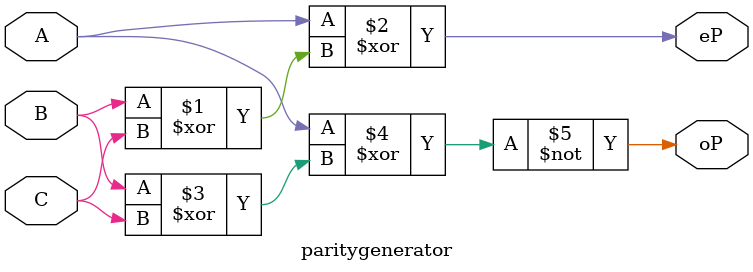
<source format=v>
module paritygenerator(A,B,C,eP,oP);
  input A,B,C;
  output eP,oP;
  assign eP=(A^(B^C)),oP=~(A^(B^C));
endmodule
  
</source>
